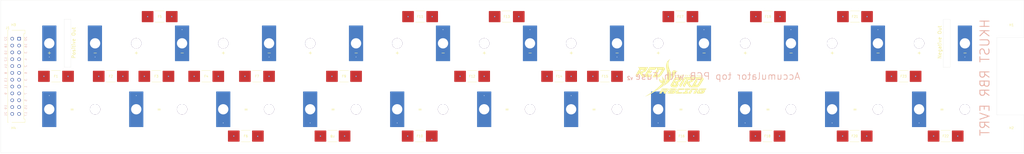
<source format=kicad_pcb>
(kicad_pcb (version 20241229) (generator "pcbnew") (generator_version "9.0")
  (layers (0 "F.Cu" signal) (4 "In1.Cu" signal) (6 "In2.Cu" signal) (2 "B.Cu" signal) (13 "F.Paste" user) (15 "B.Paste" user) (5 "F.SilkS" user "F.Silkscreen") (7 "B.SilkS" user "B.Silkscreen") (1 "F.Mask" user) (3 "B.Mask" user) (25 "Edge.Cuts" user))
  (net 0 "")
  (net 1 "/Cell_1+_out")
  (net 2 "/Cell_1+")
  (net 3 "/Cell_1-_out")
  (net 4 "/Cell_1-")
  (net 5 "/Cell_2-")
  (net 6 "/Cell_2-_out")
  (net 7 "/Cell_3-_out")
  (net 8 "/Cell_3-")
  (net 9 "/Cell_4-")
  (net 10 "/Cell_4-_out")
  (net 11 "/Cell_5-_out")
  (net 12 "/Cell_5-")
  (net 13 "/Cell_6-_out")
  (net 14 "/Cell_6-")
  (net 15 "/Cell_7-_out")
  (net 16 "/Cell_7-")
  (net 17 "/Cell_8-_out")
  (net 18 "/Cell_8-")
  (net 19 "/Cell_9-_out")
  (net 20 "/Cell_9-")
  (net 21 "/Cell_10-_out")
  (net 22 "/Cell_10-")
  (net 23 "/Cell_11-_out")
  (net 24 "/Cell_11-")
  (net 25 "/Cell_12-")
  (net 26 "/Cell_12-_out")
  (net 27 "/Cell_13-")
  (net 28 "/Cell_13-_out")
  (net 29 "/Cell_14-_out")
  (net 30 "/Cell_14-")
  (net 31 "/Cell_15-")
  (net 32 "/Cell_15-_out")
  (net 33 "/Cell_16-")
  (net 34 "/Cell_16-_out")
  (net 35 "/Cell_17-_out")
  (net 36 "/Cell_17-")
  (net 37 "/Cell_18-_out")
  (net 38 "/Cell_18-")
  (net 39 "/Cell_19-_out")
  (net 40 "/Cell_19-")
  (net 41 "/Cell_20-_out")
  (net 42 "/Cell_20-")
  (net 43 "/Cell_21-")
  (net 44 "/Cell_21-_out")
  (net 45 "/Cell_22-")
  (net 46 "/Cell_22-_out")
  (footprint "Fuse:Fuse_Littelfuse-NANO2-885" (layer "F.Cu") (at 453.541 220.38)
    (property "Reference" "F20" (at 0 0 0) (layer "F.SilkS"))
    (property "Value" "Fuse")
    (pad "1" smd roundrect (at -5.275 0) (size 5.1 4.9) (layers "F.Cu" "F.Mask" "F.Paste") (roundrect_rratio 0.04464285714) (net 40 "/Cell_19-"))
    (pad "2" smd roundrect (at 5.275 0) (size 5.1 4.9) (layers "F.Cu" "F.Mask" "F.Paste") (roundrect_rratio 0.04464285714) (net 39 "/Cell_19-_out"))
  )
  (footprint "" (layer "F.Cu") (at 235.443015 179.6755)
    (property "Reference" "" (at 0 0 0) (layer "F.SilkS") (effects (font (size 1.27 1.27))))
    (property "Value" "")
    (pad "1" thru_hole circle (at 0 0) (size 4.5 4.5) (drill 4.5) (layers "*.Cu" "*.Mask") (net 18 "/Cell_8-"))
  )
  (footprint "" (layer "F.Cu") (at 349.583304 179.68)
    (property "Reference" "" (at 0 0 0) (layer "F.SilkS") (effects (font (size 1.27 1.27))))
    (property "Value" "")
    (pad "1" thru_hole circle (at 0 0) (size 4.5 4.5) (drill 4.5) (layers "*.Cu" "*.Mask") (net 30 "/Cell_14-"))
  )
  (footprint "Fuse:Fuse_Littelfuse-NANO2-885" (layer "F.Cu") (at 263.472 167.947 180)
    (property "Reference" "F11" (at 0 0 0) (layer "F.SilkS"))
    (property "Value" "Fuse")
    (pad "1" smd roundrect (at -5.275 0 180) (size 5.1 4.9) (layers "F.Cu" "F.Mask" "F.Paste") (roundrect_rratio 0.04464285714) (net 22 "/Cell_10-"))
    (pad "2" smd roundrect (at 5.275 0 180) (size 5.1 4.9) (layers "F.Cu" "F.Mask" "F.Paste") (roundrect_rratio 0.04464285714) (net 21 "/Cell_10-_out"))
  )
  (footprint "" (layer "F.Cu") (at 367.583985 179.6815)
    (property "Reference" "" (at 0 0 0) (layer "F.SilkS") (effects (font (size 1.27 1.27))))
    (property "Value" "")
    (pad "1" thru_hole circle (at 0 0) (size 4.5 4.5) (drill 4.5) (layers "*.Cu" "*.Mask"))
  )
  (footprint "Fuse:Fuse_Littelfuse-NANO2-885" (layer "F.Cu") (at 474.926 194.152145)
    (property "Reference" "F23" (at 0 0 0) (layer "F.SilkS"))
    (property "Value" "Fuse")
    (pad "1" smd roundrect (at -5.275 0) (size 5.1 4.9) (layers "F.Cu" "F.Mask" "F.Paste") (roundrect_rratio 0.04464285714) (net 46 "/Cell_22-_out"))
    (pad "2" smd roundrect (at 5.275 0) (size 5.1 4.9) (layers "F.Cu" "F.Mask" "F.Paste") (roundrect_rratio 0.04464285714) (net 45 "/Cell_22-"))
  )
  (footprint "" (layer "F.Cu") (at 501.770334 179.686)
    (property "Reference" "" (at 0 0 0) (layer "F.SilkS") (effects (font (size 1.27 1.27))))
    (property "Value" "")
    (pad "1" thru_hole circle (at 0 0) (size 4.5 4.5) (drill 4.5) (layers "*.Cu" "*.Mask") (net 45 "/Cell_22-"))
  )
  (footprint "" (layer "F.Cu") (at 139.303985 179.6725)
    (property "Reference" "" (at 0 0 0) (layer "F.SilkS") (effects (font (size 1.27 1.27))))
    (property "Value" "")
    (pad "1" thru_hole circle (at 0 0) (size 4.5 4.5) (drill 4.5) (layers "*.Cu" "*.Mask"))
  )
  (footprint "" (layer "F.Cu") (at 291.491015 179.6785)
    (property "Reference" "" (at 0 0 0) (layer "F.SilkS") (effects (font (size 1.27 1.27))))
    (property "Value" "")
    (pad "1" thru_hole circle (at 0 0) (size 4.5 4.5) (drill 4.5) (layers "*.Cu" "*.Mask"))
  )
  (footprint "" (layer "F.Cu") (at 177.350333 179.674)
    (property "Reference" "" (at 0 0 0) (layer "F.SilkS") (effects (font (size 1.27 1.27))))
    (property "Value" "")
    (pad "1" thru_hole circle (at 0 0) (size 4.5 4.5) (drill 4.5) (layers "*.Cu" "*.Mask"))
  )
  (footprint "" (layer "F.Cu") (at 215.382564 208.6115)
    (property "Reference" "" (at 0 0 0) (layer "F.SilkS") (effects (font (size 1.27 1.27))))
    (property "Value" "")
    (pad "1" thru_hole circle (at 0 0) (size 4.5 4.5) (drill 4.5) (layers "*.Cu" "*.Mask") (net 16 "/Cell_7-"))
  )
  (footprint "" (layer "F.Cu") (at 159.350015 208.6105)
    (property "Reference" "" (at 0 0 0) (layer "F.SilkS") (effects (font (size 1.27 1.27))))
    (property "Value" "")
    (pad "1" thru_hole circle (at 0 0) (size 4.5 4.5) (drill 4.5) (layers "*.Cu" "*.Mask"))
  )
  (footprint "Fuse:Fuse_Littelfuse-NANO2-885" (layer "F.Cu") (at 169.92 194.152145 180)
    (property "Reference" "F4" (at 0 0 0) (layer "F.SilkS"))
    (property "Value" "Fuse")
    (pad "1" smd roundrect (at -5.275 0 180) (size 5.1 4.9) (layers "F.Cu" "F.Mask" "F.Paste") (roundrect_rratio 0.04464285714) (net 8 "/Cell_3-"))
    (pad "2" smd roundrect (at 5.275 0 180) (size 5.1 4.9) (layers "F.Cu" "F.Mask" "F.Paste") (roundrect_rratio 0.04464285714) (net 7 "/Cell_3-_out"))
  )
  (footprint "" (layer "F.Cu") (at 177.350696 208.612)
    (property "Reference" "" (at 0 0 0) (layer "F.SilkS") (effects (font (size 1.27 1.27))))
    (property "Value" "")
    (pad "1" thru_hole circle (at 0 0) (size 4.5 4.5) (drill 4.5) (layers "*.Cu" "*.Mask") (net 12 "/Cell_5-"))
  )
  (footprint "" (layer "F.Cu") (at 121.303682 208.6115)
    (property "Reference" "" (at 0 0 0) (layer "F.SilkS") (effects (font (size 1.27 1.27))))
    (property "Value" "")
    (pad "1" thru_hole circle (at 0 0) (size 4.5 4.5) (drill 4.5) (layers "*.Cu" "*.Mask"))
  )
  (footprint "" (layer "F.Cu") (at 367.584348 208.6195)
    (property "Reference" "" (at 0 0 0) (layer "F.SilkS") (effects (font (size 1.27 1.27))))
    (property "Value" "")
    (pad "1" thru_hole circle (at 0 0) (size 4.5 4.5) (drill 4.5) (layers "*.Cu" "*.Mask") (net 31 "/Cell_15-"))
  )
  (footprint "" (layer "F.Cu") (at 443.678015 208.6205)
    (property "Reference" "" (at 0 0 0) (layer "F.SilkS") (effects (font (size 1.27 1.27))))
    (property "Value" "")
    (pad "1" thru_hole circle (at 0 0) (size 4.5 4.5) (drill 4.5) (layers "*.Cu" "*.Mask") (net 40 "/Cell_19-"))
  )
  (footprint "" (layer "F.Cu") (at 405.631363 208.619)
    (property "Reference" "" (at 0 0 0) (layer "F.SilkS") (effects (font (size 1.27 1.27))))
    (property "Value" "")
    (pad "1" thru_hole circle (at 0 0) (size 4.5 4.5) (drill 4.5) (layers "*.Cu" "*.Mask") (net 36 "/Cell_17-"))
  )
  (footprint "" (layer "F.Cu") (at 235.443378 208.6115)
    (property "Reference" "" (at 0 0 0) (layer "F.SilkS") (effects (font (size 1.27 1.27))))
    (property "Value" "")
    (pad "1" thru_hole circle (at 0 0) (size 4.5 4.5) (drill 4.5) (layers "*.Cu" "*.Mask"))
  )
  (footprint "Fuse:Fuse_Littelfuse-NANO2-885" (layer "F.Cu") (at 377.322 167.947 180)
    (property "Reference" "F17" (at 0 0 0) (layer "F.SilkS"))
    (property "Value" "Fuse")
    (pad "1" smd roundrect (at -5.275 0 180) (size 5.1 4.9) (layers "F.Cu" "F.Mask" "F.Paste") (roundrect_rratio 0.04464285714) (net 33 "/Cell_16-"))
    (pad "2" smd roundrect (at 5.275 0 180) (size 5.1 4.9) (layers "F.Cu" "F.Mask" "F.Paste") (roundrect_rratio 0.04464285714) (net 34 "/Cell_16-_out"))
  )
  (footprint "" (layer "F.Cu") (at 387.629652 179.6815)
    (property "Reference" "" (at 0 0 0) (layer "F.SilkS") (effects (font (size 1.27 1.27))))
    (property "Value" "")
    (pad "1" thru_hole circle (at 0 0) (size 4.5 4.5) (drill 4.5) (layers "*.Cu" "*.Mask") (net 33 "/Cell_16-"))
  )
  (footprint "Connector_Molex:Molex_Micro-Fit_3.0_43045-2412_2x12_P3.00mm_Vertical" (layer "F.Cu") (at 88.07 177.652144 -90)
    (property "Reference" "J1" (at -4.7495 5 0) (layer "F.SilkS"))
    (property "Value" "Conn_02x12_Top_Bottom")
    (pad "1" thru_hole roundrect (at 0 0 270) (size 1.5 1.5) (drill 1.02) (layers "*.Cu" "*.Mask") (roundrect_rratio 0.166667) (net 41 "/Cell_20-_out"))
    (pad "2" thru_hole circle (at 3 0 270) (size 1.5 1.5) (drill 1.02) (layers "*.Cu" "*.Mask") (net 34 "/Cell_16-_out"))
    (pad "3" thru_hole circle (at 6 0 270) (size 1.5 1.5) (drill 1.02) (layers "*.Cu" "*.Mask") (net 1 "/Cell_1+_out"))
    (pad "4" thru_hole circle (at 9 0 270) (size 1.5 1.5) (drill 1.02) (layers "*.Cu" "*.Mask") (net 10 "/Cell_4-_out"))
    (pad "5" thru_hole circle (at 12 0 270) (size 1.5 1.5) (drill 1.02) (layers "*.Cu" "*.Mask") (net 6 "/Cell_2-_out"))
    (pad "6" thru_hole circle (at 15 0 270) (size 1.5 1.5) (drill 1.02) (layers "*.Cu" "*.Mask") (net 13 "/Cell_6-_out"))
    (pad "7" thru_hole circle (at 18 0 270) (size 1.5 1.5) (drill 1.02) (layers "*.Cu" "*.Mask") (net 7 "/Cell_3-_out"))
    (pad "8" thru_hole circle (at 21 0 270) (size 1.5 1.5) (drill 1.02) (layers "*.Cu" "*.Mask") (net 3 "/Cell_1-_out"))
    (pad "9" thru_hole circle (at 24 0 270) (size 1.5 1.5) (drill 1.02) (layers "*.Cu" "*.Mask") (net 15 "/Cell_7-_out"))
    (pad "10" thru_hole circle (at 27 0 270) (size 1.5 1.5) (drill 1.02) (layers "*.Cu" "*.Mask") (net 11 "/Cell_5-_out"))
    (pad "11" thru_hole circle (at 30 0 270) (size 1.5 1.5) (drill 1.02) (layers "*.Cu" "*.Mask") (net 32 "/Cell_15-_out"))
    (pad "12" thru_hole circle (at 33 0 270) (size 1.5 1.5) (drill 1.02) (layers "*.Cu" "*.Mask") (net 35 "/Cell_17-_out"))
    (pad "13" thru_hole circle (at 0 3 270) (size 1.5 1.5) (drill 1.02) (layers "*.Cu" "*.Mask") (net 46 "/Cell_22-_out"))
    (pad "14" thru_hole circle (at 3 3 270) (size 1.5 1.5) (drill 1.02) (layers "*.Cu" "*.Mask") (net 37 "/Cell_18-_out"))
    (pad "15" thru_hole circle (at 6 3 270) (size 1.5 1.5) (drill 1.02) (layers "*.Cu" "*.Mask") (net 21 "/Cell_10-_out"))
    (pad "16" thru_hole circle (at 9 3 270) (size 1.5 1.5) (drill 1.02) (layers "*.Cu" "*.Mask") (net 26 "/Cell_12-_out"))
    (pad "17" thru_hole circle (at 12 3 270) (size 1.5 1.5) (drill 1.02) (layers "*.Cu" "*.Mask") (net 29 "/Cell_14-_out"))
    (pad "18" thru_hole circle (at 15 3 270) (size 1.5 1.5) (drill 1.02) (layers "*.Cu" "*.Mask") (net 17 "/Cell_8-_out"))
    (pad "19" thru_hole circle (at 18 3 270) (size 1.5 1.5) (drill 1.02) (layers "*.Cu" "*.Mask") (net 28 "/Cell_13-_out"))
    (pad "20" thru_hole circle (at 21 3 270) (size 1.5 1.5) (drill 1.02) (layers "*.Cu" "*.Mask") (net 23 "/Cell_11-_out"))
    (pad "21" thru_hole circle (at 24 3 270) (size 1.5 1.5) (drill 1.02) (layers "*.Cu" "*.Mask") (net 19 "/Cell_9-_out"))
    (pad "22" thru_hole circle (at 27 3 270) (size 1.5 1.5) (drill 1.02) (layers "*.Cu" "*.Mask"))
    (pad "23" thru_hole circle (at 30 3 270) (size 1.5 1.5) (drill 1.02) (layers "*.Cu" "*.Mask") (net 39 "/Cell_19-_out"))
    (pad "24" thru_hole circle (at 33 3 270) (size 1.5 1.5) (drill 1.02) (layers "*.Cu" "*.Mask") (net 44 "/Cell_21-_out"))
  )
  (footprint "Fuse:Fuse_Littelfuse-NANO2-885" (layer "F.Cu") (at 149.558 167.947 180)
    (property "Reference" "F5" (at 0 0 0) (layer "F.SilkS"))
    (property "Value" "Fuse")
    (pad "1" smd roundrect (at -5.275 0 180) (size 5.1 4.9) (layers "F.Cu" "F.Mask" "F.Paste") (roundrect_rratio 0.04464285714) (net 9 "/Cell_4-"))
    (pad "2" smd roundrect (at 5.275 0 180) (size 5.1 4.9) (layers "F.Cu" "F.Mask" "F.Paste") (roundrect_rratio 0.04464285714) (net 10 "/Cell_4-_out"))
  )
  (footprint "" (layer "F.Cu") (at 425.67703 208.619)
    (property "Reference" "" (at 0 0 0) (layer "F.SilkS") (effects (font (size 1.27 1.27))))
    (property "Value" "")
    (pad "1" thru_hole circle (at 0 0) (size 4.5 4.5) (drill 4.5) (layers "*.Cu" "*.Mask"))
  )
  (footprint "" (layer "F.Cu") (at 311.536682 208.6115)
    (property "Reference" "" (at 0 0 0) (layer "F.SilkS") (effects (font (size 1.27 1.27))))
    (property "Value" "")
    (pad "1" thru_hole circle (at 0 0) (size 4.5 4.5) (drill 4.5) (layers "*.Cu" "*.Mask"))
  )
  (footprint "MountingHole:MountingHole_4.3mm_M4" (layer "F.Cu") (at 522.111 222.119)
    (property "Reference" "H2" (at 0 -5.3 0) (layer "F.SilkS"))
    (property "Value" "MountingHole")
    (pad "" np_thru_hole circle (at 0 0) (size 4.3 4.3) (drill 4.3) (layers "*.Cu" "*.Mask"))
  )
  (footprint "" (layer "F.Cu") (at 311.536682 179.6785)
    (property "Reference" "" (at 0 0 0) (layer "F.SilkS") (effects (font (size 1.27 1.27))))
    (property "Value" "")
    (pad "1" thru_hole circle (at 0 0) (size 4.5 4.5) (drill 4.5) (layers "*.Cu" "*.Mask") (net 25 "/Cell_12-"))
  )
  (footprint "Fuse:Fuse_Littelfuse-NANO2-885" (layer "F.Cu") (at 263.295 220.38)
    (property "Reference" "F10" (at 0 0 0) (layer "F.SilkS"))
    (property "Value" "Fuse")
    (pad "1" smd roundrect (at -5.275 0) (size 5.1 4.9) (layers "F.Cu" "F.Mask" "F.Paste") (roundrect_rratio 0.04464285714) (net 20 "/Cell_9-"))
    (pad "2" smd roundrect (at 5.275 0) (size 5.1 4.9) (layers "F.Cu" "F.Mask" "F.Paste") (roundrect_rratio 0.04464285714) (net 19 "/Cell_9-_out"))
  )
  (footprint "Fuse:Fuse_Littelfuse-NANO2-885" (layer "F.Cu") (at 415.614 167.947 180)
    (property "Reference" "F19" (at 0 0 0) (layer "F.SilkS"))
    (property "Value" "Fuse")
    (pad "1" smd roundrect (at -5.275 0 180) (size 5.1 4.9) (layers "F.Cu" "F.Mask" "F.Paste") (roundrect_rratio 0.04464285714) (net 38 "/Cell_18-"))
    (pad "2" smd roundrect (at 5.275 0 180) (size 5.1 4.9) (layers "F.Cu" "F.Mask" "F.Paste") (roundrect_rratio 0.04464285714) (net 37 "/Cell_18-_out"))
  )
  (footprint "" (layer "F.Cu") (at 349.583667 208.618)
    (property "Reference" "" (at 0 0 0) (layer "F.SilkS") (effects (font (size 1.27 1.27))))
    (property "Value" "")
    (pad "1" thru_hole circle (at 0 0) (size 4.5 4.5) (drill 4.5) (layers "*.Cu" "*.Mask"))
  )
  (footprint "Fuse:Fuse_Littelfuse-NANO2-885" (layer "F.Cu") (at 301.354 167.947 180)
    (property "Reference" "F13" (at 0 0 0) (layer "F.SilkS"))
    (property "Value" "Fuse")
    (pad "1" smd roundrect (at -5.275 0 180) (size 5.1 4.9) (layers "F.Cu" "F.Mask" "F.Paste") (roundrect_rratio 0.04464285714) (net 25 "/Cell_12-"))
    (pad "2" smd roundrect (at 5.275 0 180) (size 5.1 4.9) (layers "F.Cu" "F.Mask" "F.Paste") (roundrect_rratio 0.04464285714) (net 26 "/Cell_12-_out"))
  )
  (footprint "" (layer "F.Cu") (at 197.396 179.674)
    (property "Reference" "" (at 0 0 0) (layer "F.SilkS") (effects (font (size 1.27 1.27))))
    (property "Value" "")
    (pad "1" thru_hole circle (at 0 0) (size 4.5 4.5) (drill 4.5) (layers "*.Cu" "*.Mask") (net 14 "/Cell_6-"))
  )
  (footprint "" (layer "F.Cu") (at 253.444363 208.613)
    (property "Reference" "" (at 0 0 0) (layer "F.SilkS") (effects (font (size 1.27 1.27))))
    (property "Value" "")
    (pad "1" thru_hole circle (at 0 0) (size 4.5 4.5) (drill 4.5) (layers "*.Cu" "*.Mask") (net 20 "/Cell_9-"))
  )
  (footprint "" (layer "F.Cu") (at 329.537637 179.68)
    (property "Reference" "" (at 0 0 0) (layer "F.SilkS") (effects (font (size 1.27 1.27))))
    (property "Value" "")
    (pad "1" thru_hole circle (at 0 0) (size 4.5 4.5) (drill 4.5) (layers "*.Cu" "*.Mask"))
  )
  (footprint "MountingHole:MountingHole_4.3mm_M4" (layer "F.Cu") (at 522.111 166.186)
    (property "Reference" "H1" (at -0.002 5.434 0) (layer "F.SilkS"))
    (property "Value" "MountingHole")
    (pad "" np_thru_hole circle (at 0 0) (size 4.3 4.3) (drill 4.3) (layers "*.Cu" "*.Mask"))
  )
  (footprint "" (layer "F.Cu") (at 291.491015 208.6115)
    (property "Reference" "" (at 0 0 0) (layer "F.SilkS") (effects (font (size 1.27 1.27))))
    (property "Value" "")
    (pad "1" thru_hole circle (at 0 0) (size 4.5 4.5) (drill 4.5) (layers "*.Cu" "*.Mask") (net 24 "/Cell_11-"))
  )
  (footprint "Fuse:Fuse_Littelfuse-NANO2-885" (layer "F.Cu") (at 230.181 194.152145 180)
    (property "Reference" "F9" (at 0 0 0) (layer "F.SilkS"))
    (property "Value" "Fuse")
    (pad "1" smd roundrect (at -5.275 0 180) (size 5.1 4.9) (layers "F.Cu" "F.Mask" "F.Paste") (roundrect_rratio 0.04464285714) (net 18 "/Cell_8-"))
    (pad "2" smd roundrect (at 5.275 0 180) (size 5.1 4.9) (layers "F.Cu" "F.Mask" "F.Paste") (roundrect_rratio 0.04464285714) (net 17 "/Cell_8-_out"))
  )
  (footprint "" (layer "F.Cu") (at 273.49003 208.613)
    (property "Reference" "" (at 0 0 0) (layer "F.SilkS") (effects (font (size 1.27 1.27))))
    (property "Value" "")
    (pad "1" thru_hole circle (at 0 0) (size 4.5 4.5) (drill 4.5) (layers "*.Cu" "*.Mask"))
  )
  (footprint "Fuse:Fuse_Littelfuse-NANO2-885" (layer "F.Cu") (at 415.3932 220.38)
    (property "Reference" "F18" (at 0 0 0) (layer "F.SilkS"))
    (property "Value" "Fuse")
    (pad "1" smd roundrect (at -5.275 0) (size 5.1 4.9) (layers "F.Cu" "F.Mask" "F.Paste") (roundrect_rratio 0.04464285714) (net 36 "/Cell_17-"))
    (pad "2" smd roundrect (at 5.275 0) (size 5.1 4.9) (layers "F.Cu" "F.Mask" "F.Paste") (roundrect_rratio 0.04464285714) (net 35 "/Cell_17-_out"))
  )
  (footprint "" (layer "F.Cu") (at 387.630015 208.6195)
    (property "Reference" "" (at 0 0 0) (layer "F.SilkS") (effects (font (size 1.27 1.27))))
    (property "Value" "")
    (pad "1" thru_hole circle (at 0 0) (size 4.5 4.5) (drill 4.5) (layers "*.Cu" "*.Mask"))
  )
  (footprint "" (layer "F.Cu") (at 273.489667 179.677)
    (property "Reference" "" (at 0 0 0) (layer "F.SilkS") (effects (font (size 1.27 1.27))))
    (property "Value" "")
    (pad "1" thru_hole circle (at 0 0) (size 4.5 4.5) (drill 4.5) (layers "*.Cu" "*.Mask") (net 22 "/Cell_10-"))
  )
  (footprint "Fuse:Fuse_Littelfuse-NANO2-885" (layer "F.Cu") (at 148.117 194.152145 180)
    (property "Reference" "F3" (at 0 0 0) (layer "F.SilkS"))
    (property "Value" "Fuse")
    (pad "1" smd roundrect (at -5.275 0 180) (size 5.1 4.9) (layers "F.Cu" "F.Mask" "F.Paste") (roundrect_rratio 0.04464285714) (net 5 "/Cell_2-"))
    (pad "2" smd roundrect (at 5.275 0 180) (size 5.1 4.9) (layers "F.Cu" "F.Mask" "F.Paste") (roundrect_rratio 0.04464285714) (net 6 "/Cell_2-_out"))
  )
  (footprint "Fuse:Fuse_Littelfuse-NANO2-885" (layer "F.Cu") (at 192.121 194.152145 180)
    (property "Reference" "F7" (at 0 0 0) (layer "F.SilkS"))
    (property "Value" "Fuse")
    (pad "1" smd roundrect (at -5.275 0 180) (size 5.1 4.9) (layers "F.Cu" "F.Mask" "F.Paste") (roundrect_rratio 0.04464285714) (net 14 "/Cell_6-"))
    (pad "2" smd roundrect (at 5.275 0 180) (size 5.1 4.9) (layers "F.Cu" "F.Mask" "F.Paste") (roundrect_rratio 0.04464285714) (net 13 "/Cell_6-_out"))
  )
  (footprint "" (layer "F.Cu") (at 215.397348 179.6755)
    (property "Reference" "" (at 0 0 0) (layer "F.SilkS") (effects (font (size 1.27 1.27))))
    (property "Value" "")
    (pad "1" thru_hole circle (at 0 0) (size 4.5 4.5) (drill 4.5) (layers "*.Cu" "*.Mask"))
  )
  (footprint "Fuse:Fuse_Littelfuse-NANO2-885" (layer "F.Cu") (at 493.344 220.38 180)
    (property "Reference" "F22" (at 0 0 0) (layer "F.SilkS"))
    (property "Value" "Fuse")
    (pad "1" smd roundrect (at -5.275 0 180) (size 5.1 4.9) (layers "F.Cu" "F.Mask" "F.Paste") (roundrect_rratio 0.04464285714) (net 44 "/Cell_21-_out"))
    (pad "2" smd roundrect (at 5.275 0 180) (size 5.1 4.9) (layers "F.Cu" "F.Mask" "F.Paste") (roundrect_rratio 0.04464285714) (net 43 "/Cell_21-"))
  )
  (footprint "" (layer "F.Cu") (at 443.677652 179.6845)
    (property "Reference" "" (at 0 0 0) (layer "F.SilkS") (effects (font (size 1.27 1.27))))
    (property "Value" "")
    (pad "1" thru_hole circle (at 0 0) (size 4.5 4.5) (drill 4.5) (layers "*.Cu" "*.Mask"))
  )
  (footprint "" (layer "F.Cu") (at 463.723319 179.6845)
    (property "Reference" "" (at 0 0 0) (layer "F.SilkS") (effects (font (size 1.27 1.27))))
    (property "Value" "")
    (pad "1" thru_hole circle (at 0 0) (size 4.5 4.5) (drill 4.5) (layers "*.Cu" "*.Mask") (net 42 "/Cell_20-"))
  )
  (footprint "Fuse:Fuse_Littelfuse-NANO2-885" (layer "F.Cu") (at 453.682 167.947 180)
    (property "Reference" "F21" (at 0 0 0) (layer "F.SilkS"))
    (property "Value" "Fuse")
    (pad "1" smd roundrect (at -5.275 0 180) (size 5.1 4.9) (layers "F.Cu" "F.Mask" "F.Paste") (roundrect_rratio 0.04464285714) (net 42 "/Cell_20-"))
    (pad "2" smd roundrect (at 5.275 0 180) (size 5.1 4.9) (layers "F.Cu" "F.Mask" "F.Paste") (roundrect_rratio 0.04464285714) (net 41 "/Cell_20-_out"))
  )
  (footprint "" (layer "F.Cu") (at 159.349652 179.6725)
    (property "Reference" "" (at 0 0 0) (layer "F.SilkS") (effects (font (size 1.27 1.27))))
    (property "Value" "")
    (pad "1" thru_hole circle (at 0 0) (size 4.5 4.5) (drill 4.5) (layers "*.Cu" "*.Mask") (net 9 "/Cell_4-"))
  )
  (footprint "" (layer "F.Cu") (at 139.304348 208.6105)
    (property "Reference" "" (at 0 0 0) (layer "F.SilkS") (effects (font (size 1.27 1.27))))
    (property "Value" "")
    (pad "1" thru_hole circle (at 0 0) (size 4.5 4.5) (drill 4.5) (layers "*.Cu" "*.Mask") (net 8 "/Cell_3-"))
  )
  (footprint "" (layer "F.Cu") (at 101.257652 179.6735)
    (property "Reference" "" (at 0 0 0) (layer "F.SilkS") (effects (font (size 1.27 1.27))))
    (property "Value" "")
    (pad "1" thru_hole circle (at 0 0) (size 4.5 4.5) (drill 4.5) (layers "*.Cu" "*.Mask") (net 2 "/Cell_1+"))
  )
  (footprint "" (layer "F.Cu") (at 481.724667 179.686)
    (property "Reference" "" (at 0 0 0) (layer "F.SilkS") (effects (font (size 1.27 1.27))))
    (property "Value" "")
    (pad "1" thru_hole circle (at 0 0) (size 4.5 4.5) (drill 4.5) (layers "*.Cu" "*.Mask"))
  )
  (footprint "RBR_logo:RBR_logo" (layer "F.Cu") (at 373.491 194.752)
    (property "Reference" "G***" (hide yes))
    (property "Value" "LOGO" (hide yes))
  )
  (footprint "Fuse:Fuse_Littelfuse-NANO2-885" (layer "F.Cu") (at 286.223 194.152145 180)
    (property "Reference" "F12" (at 0 0 0) (layer "F.SilkS"))
    (property "Value" "Fuse")
    (pad "1" smd roundrect (at -5.275 0 180) (size 5.1 4.9) (layers "F.Cu" "F.Mask" "F.Paste") (roundrect_rratio 0.04464285714) (net 24 "/Cell_11-"))
    (pad "2" smd roundrect (at 5.275 0 180) (size 5.1 4.9) (layers "F.Cu" "F.Mask" "F.Paste") (roundrect_rratio 0.04464285714) (net 23 "/Cell_11-_out"))
  )
  (footprint "" (layer "F.Cu") (at 481.724667 208.619)
    (property "Reference" "" (at 0 0 0) (layer "F.SilkS") (effects (font (size 1.27 1.27))))
    (property "Value" "")
    (pad "1" thru_hole circle (at 0 0) (size 4.5 4.5) (drill 4.5) (layers "*.Cu" "*.Mask") (net 43 "/Cell_21-"))
  )
  (footprint "" (layer "F.Cu") (at 121.303319 179.6735)
    (property "Reference" "" (at 0 0 0) (layer "F.SilkS") (effects (font (size 1.27 1.27))))
    (property "Value" "")
    (pad "1" thru_hole circle (at 0 0) (size 4.5 4.5) (drill 4.5) (layers "*.Cu" "*.Mask") (net 5 "/Cell_2-"))
  )
  (footprint "" (layer "F.Cu") (at 329.538 208.618)
    (property "Reference" "" (at 0 0 0) (layer "F.SilkS") (effects (font (size 1.27 1.27))))
    (property "Value" "")
    (pad "1" thru_hole circle (at 0 0) (size 4.5 4.5) (drill 4.5) (layers "*.Cu" "*.Mask") (net 27 "/Cell_13-"))
  )
  (footprint "MountingHole:MountingHole_4.3mm_M4" (layer "F.Cu") (at 85.629 222.118)
    (property "Reference" "H4" (at 0 -5.3 0) (layer "F.SilkS"))
    (property "Value" "MountingHole")
    (pad "" np_thru_hole circle (at 0 0) (size 4.3 4.3) (drill 4.3) (layers "*.Cu" "*.Mask"))
  )
  (footprint "" (layer "F.Cu") (at 101.258015 208.6115)
    (property "Reference" "" (at 0 0 0) (layer "F.SilkS") (effects (font (size 1.27 1.27))))
    (property "Value" "")
    (pad "1" thru_hole circle (at 0 0) (size 4.5 4.5) (drill 4.5) (layers "*.Cu" "*.Mask") (net 4 "/Cell_1-"))
  )
  (footprint "Fuse:Fuse_Littelfuse-NANO2-885" (layer "F.Cu") (at 377.859 220.38)
    (property "Reference" "F16" (at 0 0 0) (layer "F.SilkS"))
    (property "Value" "Fuse")
    (pad "1" smd roundrect (at -5.275 0) (size 5.1 4.9) (layers "F.Cu" "F.Mask" "F.Paste") (roundrect_rratio 0.04464285714) (net 31 "/Cell_15-"))
    (pad "2" smd roundrect (at 5.275 0) (size 5.1 4.9) (layers "F.Cu" "F.Mask" "F.Paste") (roundrect_rratio 0.04464285714) (net 32 "/Cell_15-_out"))
  )
  (footprint "Fuse:Fuse_Littelfuse-NANO2-885" (layer "F.Cu") (at 344.318 194.152145 180)
    (property "Reference" "F15" (at 0 0 0) (layer "F.SilkS"))
    (property "Value" "Fuse")
    (pad "1" smd roundrect (at -5.275 0 180) (size 5.1 4.9) (layers "F.Cu" "F.Mask" "F.Paste") (roundrect_rratio 0.04464285714) (net 30 "/Cell_14-"))
    (pad "2" smd roundrect (at 5.275 0 180) (size 5.1 4.9) (layers "F.Cu" "F.Mask" "F.Paste") (roundrect_rratio 0.04464285714) (net 29 "/Cell_14-_out"))
  )
  (footprint "" (layer "F.Cu") (at 501.770334 208.619)
    (property "Reference" "" (at 0 0 0) (layer "F.SilkS") (effects (font (size 1.27 1.27))))
    (property "Value" "")
    (pad "1" thru_hole circle (at 0 0) (size 4.5 4.5) (drill 4.5) (layers "*.Cu" "*.Mask"))
  )
  (footprint "Fuse:Fuse_Littelfuse-NANO2-885" (layer "F.Cu") (at 104.2 194.152145 180)
    (property "Reference" "F1" (at 0 0 0) (layer "F.SilkS"))
    (property "Value" "Fuse")
    (pad "1" smd roundrect (at -5.275 0 180) (size 5.1 4.9) (layers "F.Cu" "F.Mask" "F.Paste") (roundrect_rratio 0.04464285714) (net 2 "/Cell_1+"))
    (pad "2" smd roundrect (at 5.275 0 180) (size 5.1 4.9) (layers "F.Cu" "F.Mask" "F.Paste") (roundrect_rratio 0.04464285714) (net 1 "/Cell_1+_out"))
  )
  (footprint "" (layer "F.Cu") (at 405.631 179.683)
    (property "Reference" "" (at 0 0 0) (layer "F.SilkS") (effects (font (size 1.27 1.27))))
    (property "Value" "")
    (pad "1" thru_hole circle (at 0 0) (size 4.5 4.5) (drill 4.5) (layers "*.Cu" "*.Mask"))
  )
  (footprint "" (layer "F.Cu") (at 463.723682 208.6205)
    (property "Reference" "" (at 0 0 0) (layer "F.SilkS") (effects (font (size 1.27 1.27))))
    (property "Value" "")
    (pad "1" thru_hole circle (at 0 0) (size 4.5 4.5) (drill 4.5) (layers "*.Cu" "*.Mask"))
  )
  (footprint "Fuse:Fuse_Littelfuse-NANO2-885" (layer "F.Cu") (at 225.153 220.38 180)
    (property "Reference" "F8" (at 0 0 180) (layer "F.SilkS"))
    (property "Value" "Fuse")
    (pad "1" smd roundrect (at -5.275 0 180) (size 5.1 4.9) (layers "F.Cu" "F.Mask" "F.Paste") (roundrect_rratio 0.04464285714) (net 16 "/Cell_7-"))
    (pad "2" smd roundrect (at 5.275 0 180) (size 5.1 4.9) (layers "F.Cu" "F.Mask" "F.Paste") (roundrect_rratio 0.04464285714) (net 15 "/Cell_7-_out"))
  )
  (footprint "" (layer "F.Cu") (at 425.676667 179.683)
    (property "Reference" "" (at 0 0 0) (layer "F.SilkS") (effects (font (size 1.27 1.27))))
    (property "Value" "")
    (pad "1" thru_hole circle (at 0 0) (size 4.5 4.5) (drill 4.5) (layers "*.Cu" "*.Mask") (net 38 "/Cell_18-"))
  )
  (footprint "" (layer "F.Cu") (at 253.444 179.677)
    (property "Reference" "" (at 0 0 0) (layer "F.SilkS") (effects (font (size 1.27 1.27))))
    (property "Value" "")
    (pad "1" thru_hole circle (at 0 0) (size 4.5 4.5) (drill 4.5) (layers "*.Cu" "*.Mask"))
  )
  (footprint "Fuse:Fuse_Littelfuse-NANO2-885" (layer "F.Cu") (at 187.239228 220.38)
    (property "Reference" "F6" (at 0 0 0) (layer "F.SilkS"))
    (property "Value" "Fuse")
    (pad "1" smd roundrect (at -5.275 0) (size 5.1 4.9) (layers "F.Cu" "F.Mask" "F.Paste") (roundrect_rratio 0.04464285714) (net 12 "/Cell_5-"))
    (pad "2" smd roundrect (at 5.275 0) (size 5.1 4.9) (layers "F.Cu" "F.Mask" "F.Paste") (roundrect_rratio 0.04464285714) (net 11 "/Cell_5-_out"))
  )
  (footprint "Fuse:Fuse_Littelfuse-NANO2-885" (layer "F.Cu") (at 324.271 194.152145 180)
    (property "Reference" "F14" (at 0 0 0) (layer "F.SilkS"))
    (property "Value" "Fuse")
    (pad "1" smd roundrect (at -5.275 0 180) (size 5.1 4.9) (layers "F.Cu" "F.Mask" "F.Paste") (roundrect_rratio 0.04464285714) (net 27 "/Cell_13-"))
    (pad "2" smd roundrect (at 5.275 0 180) (size 5.1 4.9) (layers "F.Cu" "F.Mask" "F.Paste") (roundrect_rratio 0.04464285714) (net 28 "/Cell_13-_out"))
  )
  (footprint "" (layer "F.Cu") (at 197.396363 208.612)
    (property "Reference" "" (at 0 0 0) (layer "F.SilkS") (effects (font (size 1.27 1.27))))
    (property "Value" "")
    (pad "1" thru_hole circle (at 0 0) (size 4.5 4.5) (drill 4.5) (layers "*.Cu" "*.Mask"))
  )
  (footprint "Fuse:Fuse_Littelfuse-NANO2-885" (layer "F.Cu") (at 128.166 194.152145 180)
    (property "Reference" "F2" (at 0 0 0) (layer "F.SilkS"))
    (property "Value" "Fuse")
    (pad "1" smd roundrect (at -5.275 0 180) (size 5.1 4.9) (layers "F.Cu" "F.Mask" "F.Paste") (roundrect_rratio 0.04464285714) (net 4 "/Cell_1-"))
    (pad "2" smd roundrect (at 5.275 0 180) (size 5.1 4.9) (layers "F.Cu" "F.Mask" "F.Paste") (roundrect_rratio 0.04464285714) (net 3 "/Cell_1-_out"))
  )
  (footprint "MountingHole:MountingHole_4.3mm_M4" (layer "F.Cu") (at 85.629 166.186)
    (property "Reference" "H3" (at 0.036 5.379 0) (layer "F.SilkS"))
    (property "Value" "MountingHole")
    (pad "" np_thru_hole circle (at 0 0) (size 4.3 4.3) (drill 4.3) (layers "*.Cu" "*.Mask"))
  )
  (gr_line (start 495.270319 190.186) (end 495.270319 169.186) (stroke (width 0.05)) (layer "Edge.Cuts"))
  (gr_line (start 80.128667 227.618006) (end 80.128667 160.686) (stroke (width 0.05)) (layer "Edge.Cuts"))
  (gr_line (start 110.758 190.175) (end 107.757652 190.175) (stroke (width 0.05)) (layer "Edge.Cuts"))
  (gr_line (start 527.610706 211.118006) (end 527.611 227.619) (stroke (width 0.05)) (layer "Edge.Cuts"))
  (gr_line (start 515.610738 211.118006) (end 515.610884 177.186) (stroke (width 0.05)) (layer "Edge.Cuts"))
  (gr_line (start 527.610959 160.686) (end 80.128667 160.686) (stroke (width 0.05)) (layer "Edge.Cuts"))
  (gr_line (start 527.609 211.118006) (end 515.610738 211.118006) (stroke (width 0.05)) (layer "Edge.Cuts"))
  (gr_line (start 107.758 169.175) (end 107.757652 190.175) (stroke (width 0.05)) (layer "Edge.Cuts"))
  (gr_line (start 80.128667 227.618006) (end 527.611 227.619) (stroke (width 0.05)) (layer "Edge.Cuts"))
  (gr_line (start 527.610906 177.186) (end 515.610884 177.186) (stroke (width 0.05)) (layer "Edge.Cuts"))
  (gr_line (start 492.270319 169.186) (end 492.270319 190.186) (stroke (width 0.05)) (layer "Edge.Cuts"))
  (gr_line (start 492.270319 169.186) (end 495.270319 169.186) (stroke (width 0.05)) (layer "Edge.Cuts"))
  (gr_line (start 110.758 169.175) (end 107.758 169.175) (stroke (width 0.05)) (layer "Edge.Cuts"))
  (gr_line (start 492.270319 190.186) (end 495.270319 190.186) (stroke (width 0.05)) (layer "Edge.Cuts"))
  (gr_line (start 110.758 190.175) (end 110.758 169.175) (stroke (width 0.05)) (layer "Edge.Cuts"))
  (gr_line (start 527.610959 160.686) (end 527.610906 177.186) (stroke (width 0.05)) (layer "Edge.Cuts"))
  (gr_text "-" (at 500.770334 184.686 0) (layer "F.SilkS") (effects (font (size 1.5 1.5) (thickness 0.2)) (justify left bottom)))
  (gr_text "+" (at 404.631 184.683 0) (layer "F.SilkS") (effects (font (size 1.5 1.5) (thickness 0.2)) (justify left bottom)))
  (gr_text "=" (at 414.575625 209.4905 0) (layer "F.SilkS") (effects (font (size 1.5 1.5) (thickness 0.2)) (justify left bottom)))
  (gr_text "+" (at 214.397348 184.6755 0) (layer "F.SilkS") (effects (font (size 1.5 1.5) (thickness 0.2)) (justify left bottom)))
  (gr_text "+" (at 480.724667 184.686 0) (layer "F.SilkS") (effects (font (size 1.5 1.5) (thickness 0.2)) (justify left bottom)))
  (gr_text "=" (at 148.24861 209.482 0) (layer "F.SilkS") (effects (font (size 1.5 1.5) (thickness 0.2)) (justify left bottom)))
  (gr_text "=" (at 490.668929 209.4905 0) (layer "F.SilkS") (effects (font (size 1.5 1.5) (thickness 0.2)) (justify left bottom)))
  (gr_text "=" (at 452.622277 209.492 0) (layer "F.SilkS") (effects (font (size 1.5 1.5) (thickness 0.2)) (justify left bottom)))
  (gr_text "-" (at 462.723319 184.6845 0) (layer "F.SilkS") (effects (font (size 1.5 1.5) (thickness 0.2)) (justify left bottom)))
  (gr_text "-" (at 120.303319 184.6735 0) (layer "F.SilkS") (effects (font (size 1.5 1.5) (thickness 0.2)) (justify left bottom)))
  (gr_text "-" (at 234.443015 184.6755 0) (layer "F.SilkS") (effects (font (size 1.5 1.5) (thickness 0.2)) (justify left bottom)))
  (gr_text "-" (at 348.583304 184.68 0) (layer "F.SilkS") (effects (font (size 1.5 1.5) (thickness 0.2)) (justify left bottom)))
  (gr_text "-" (at 196.396 184.674 0) (layer "F.SilkS") (effects (font (size 1.5 1.5) (thickness 0.2)) (justify left bottom)))
  (gr_text "-" (at 386.629652 184.6815 0) (layer "F.SilkS") (effects (font (size 1.5 1.5) (thickness 0.2)) (justify left bottom)))
  (gr_text "=" (at 376.52861 209.491 0) (layer "F.SilkS") (effects (font (size 1.5 1.5) (thickness 0.2)) (justify left bottom)))
  (gr_text "+" (at 366.583985 184.6815 0) (layer "F.SilkS") (effects (font (size 1.5 1.5) (thickness 0.2)) (justify left bottom)))
  (gr_text "=" (at 110.202277 209.483 0) (layer "F.SilkS") (effects (font (size 1.5 1.5) (thickness 0.2)) (justify left bottom)))
  (gr_text "Negative Out" (at 491.62 186.555 90) (layer "F.SilkS") (effects (font (size 1.5 1.5) (thickness 0.2)) (justify left bottom)))
  (gr_text "-" (at 272.489667 184.677 0) (layer "F.SilkS") (effects (font (size 1.5 1.5) (thickness 0.2)) (justify left bottom)))
  (gr_text "+" (at 290.491015 184.6785 0) (layer "F.SilkS") (effects (font (size 1.5 1.5) (thickness 0.2)) (justify left bottom)))
  (gr_text "=" (at 224.3344 209.483 0) (layer "F.SilkS") (effects (font (size 1.5 1.5) (thickness 0.2)) (justify left bottom)))
  (gr_text "+" (at 138.303985 184.6725 0) (layer "F.SilkS") (effects (font (size 1.5 1.5) (thickness 0.2)) (justify left bottom)))
  (gr_text "=" (at 338.482262 209.4895 0) (layer "F.SilkS") (effects (font (size 1.5 1.5) (thickness 0.2)) (justify left bottom)))
  (gr_text "Positive Out" (at 112.813 186.46 90) (layer "F.SilkS") (effects (font (size 1.5 1.5) (thickness 0.2)) (justify left bottom)))
  (gr_text "=" (at 300.435277 209.483 0) (layer "F.SilkS") (effects (font (size 1.5 1.5) (thickness 0.2)) (justify left bottom)))
  (gr_text "+" (at 176.350333 184.674 0) (layer "F.SilkS") (effects (font (size 1.5 1.5) (thickness 0.2)) (justify left bottom)))
  (gr_text "=" (at 186.294958 209.4835 0) (layer "F.SilkS") (effects (font (size 1.5 1.5) (thickness 0.2)) (justify left bottom)))
  (gr_text "+" (at 100.257652 184.6735 0) (layer "F.SilkS") (effects (font (size 1.5 1.5) (thickness 0.2)) (justify left bottom)))
  (gr_text "=" (at 262.388625 209.4845 0) (layer "F.SilkS") (effects (font (size 1.5 1.5) (thickness 0.2)) (justify left bottom)))
  (gr_text "+" (at 252.444 184.677 0) (layer "F.SilkS") (effects (font (size 1.5 1.5) (thickness 0.2)) (justify left bottom)))
  (gr_text "+" (at 442.677652 184.6845 0) (layer "F.SilkS") (effects (font (size 1.5 1.5) (thickness 0.2)) (justify left bottom)))
  (gr_text "+" (at 328.537637 184.68 0) (layer "F.SilkS") (effects (font (size 1.5 1.5) (thickness 0.2)) (justify left bottom)))
  (gr_text "-" (at 424.676667 184.683 0) (layer "F.SilkS") (effects (font (size 1.5 1.5) (thickness 0.2)) (justify left bottom)))
  (gr_text "-" (at 158.349652 184.6725 0) (layer "F.SilkS") (effects (font (size 1.5 1.5) (thickness 0.2)) (justify left bottom)))
  (gr_text "-" (at 310.536682 184.6785 0) (layer "F.SilkS") (effects (font (size 1.5 1.5) (thickness 0.2)) (justify left bottom)))
  (gr_text "1" (at 91.569 198.162 90) (layer "B.SilkS") (effects (font (size 1 1) (thickness 0.1)) (justify left bottom mirror)))
  (gr_text "3" (at 91.569 195.162 90) (layer "B.SilkS") (effects (font (size 1 1) (thickness 0.1)) (justify left bottom mirror)))
  (gr_text "v2" (at 356.762 195.842 -0) (layer "B.SilkS") (effects (font (size 1.5 1.5) (thickness 0.3) (bold yes)) (justify left bottom mirror)))
  (gr_text "20" (at 91.569 176.662 90) (layer "B.SilkS") (effects (font (size 1 1) (thickness 0.1)) (justify left bottom mirror)))
  (gr_text "8" (at 82.859 192.157 90) (layer "B.SilkS") (effects (font (size 1 1) (thickness 0.1)) (justify left bottom mirror)))
  (gr_text "13" (at 82.859 194.657 90) (layer "B.SilkS") (effects (font (size 1 1) (thickness 0.1)) (justify left bottom mirror)))
  (gr_text "12" (at 82.859 185.657 90) (layer "B.SilkS") (effects (font (size 1 1) (thickness 0.1)) (justify left bottom mirror)))
  (gr_text "3" (at 91.569 183.162 90) (layer "B.SilkS") (effects (font (size 1 1) (thickness 0.1)) (justify left bottom mirror)))
  (gr_text "4" (at 91.569 186.162 90) (layer "B.SilkS") (effects (font (size 1 1) (thickness 0.1)) (justify left bottom mirror)))
  (gr_text "18" (at 82.859 179.657 90) (layer "B.SilkS") (effects (font (size 1 1) (thickness 0.1)) (justify left bottom mirror)))
  (gr_text "10" (at 82.859 182.657 90) (layer "B.SilkS") (effects (font (size 1 1) (thickness 0.1)) (justify left bottom mirror)))
  (gr_text "2" (at 91.569 189.162 90) (layer "B.SilkS") (effects (font (size 1 1) (thickness 0.1)) (justify left bottom mirror)))
  (gr_text "7" (at 91.569 201.162 90) (layer "B.SilkS") (effects (font (size 1 1) (thickness 0.1)) (justify left bottom mirror)))
  (gr_text "16" (at 91.569 179.662 90) (layer "B.SilkS") (effects (font (size 1 1) (thickness 0.1)) (justify left bottom mirror)))
  (gr_text "9" (at 82.859 201.157 90) (layer "B.SilkS") (effects (font (size 1 1) (thickness 0.1)) (justify left bottom mirror)))
  (gr_text "5" (at 91.569 204.162 90) (layer "B.SilkS") (effects (font (size 1 1) (thickness 0.1)) (justify left bottom mirror)))
  (gr_text "21" (at 82.859 209.657 90) (layer "B.SilkS") (effects (font (size 1 1) (thickness 0.1)) (justify left bottom mirror)))
  (gr_text "11" (at 82.859 197.657 90) (layer "B.SilkS") (effects (font (size 1 1) (thickness 0.1)) (justify left bottom mirror)))
  (gr_text "Accumulator top PCB with Fuse" (at 429.932 195.879 0) (layer "B.SilkS") (effects (font (size 3 3) (thickness 0.3) (bold yes)) (justify left bottom mirror)))
  (gr_text "6" (at 91.569 192.162 90) (layer "B.SilkS") (effects (font (size 1 1) (thickness 0.1)) (justify left bottom mirror)))
  (gr_text "HKUST RBR EVRT" (at 512.832 168.718 90) (layer "B.SilkS") (effects (font (size 4 4) (thickness 0.4)) (justify left bottom mirror)))
  (gr_text "15" (at 91.569 206.662 90) (layer "B.SilkS") (effects (font (size 1 1) (thickness 0.1)) (justify left bottom mirror)))
  (gr_text "22" (at 82.859 176.657 90) (layer "B.SilkS") (effects (font (size 1 1) (thickness 0.1)) (justify left bottom mirror)))
  (gr_text "14" (at 82.859 188.657 90) (layer "B.SilkS") (effects (font (size 1 1) (thickness 0.1)) (justify left bottom mirror)))
  (gr_text "17" (at 91.569 209.662 90) (layer "B.SilkS") (effects (font (size 1 1) (thickness 0.1)) (justify left bottom mirror)))
  (gr_text "19" (at 82.859 206.657 90) (layer "B.SilkS") (effects (font (size 1 1) (thickness 0.1)) (justify left bottom mirror)))
  (via (at 98.925 194.152145) (size 0.6) (drill 0.3) (layers "F.Cu" "B.Cu") (net 1))
  (via (at 101.257652 185.6735) (size 0.6) (drill 0.3) (layers "F.Cu" "B.Cu") (net 2))
  (via (at 109.475 194.152145) (size 0.6) (drill 0.3) (layers "F.Cu" "B.Cu") (net 2))
  (via (at 122.891 194.152145) (size 0.6) (drill 0.3) (layers "F.Cu" "B.Cu") (net 3))
  (via (at 133.441 194.152145) (size 0.6) (drill 0.3) (layers "F.Cu" "B.Cu") (net 4))
  (via (at 101.258015 202.6115) (size 0.6) (drill 0.3) (layers "F.Cu" "B.Cu") (net 4))
  (via (at 121.303319 185.6735) (size 0.6) (drill 0.3) (layers "F.Cu" "B.Cu") (net 5))
  (via (at 153.392 194.152145) (size 0.6) (drill 0.3) (layers "F.Cu" "B.Cu") (net 5))
  (via (at 142.842 194.152145) (size 0.6) (drill 0.3) (layers "F.Cu" "B.Cu") (net 6))
  (via (at 164.645 194.152145) (size 0.6) (drill 0.3) (layers "F.Cu" "B.Cu") (net 7))
  (via (at 139.304348 202.6105) (size 0.6) (drill 0.3) (layers "F.Cu" "B.Cu") (net 8))
  (via (at 175.195 194.152145) (size 0.6) (drill 0.3) (layers "F.Cu" "B.Cu") (net 8))
  (via (at 154.833 167.947) (size 0.6) (drill 0.3) (layers "F.Cu" "B.Cu") (net 9))
  (via (at 159.349652 173.6735) (size 0.6) (drill 0.3) (layers "F.Cu" "B.Cu") (net 9))
  (via (at 144.283 167.947) (size 0.6) (drill 0.3) (layers "F.Cu" "B.Cu") (net 10))
  (via (at 192.426114 220.468114) (size 0.6) (drill 0.3) (layers "F.Cu" "B.Cu") (net 11))
  (via (at 177.350696 214.612) (size 0.6) (drill 0.3) (layers "F.Cu" "B.Cu") (net 12))
  (via (at 181.964228 220.38) (size 0.6) (drill 0.3) (layers "F.Cu" "B.Cu") (net 12))
  (via (at 186.846 194.152145) (size 0.6) (drill 0.3) (layers "F.Cu" "B.Cu") (net 13))
  (via (at 197.396 185.674) (size 0.6) (drill 0.3) (layers "F.Cu" "B.Cu") (net 14))
  (via (at 197.396 194.152145) (size 0.6) (drill 0.3) (layers "F.Cu" "B.Cu") (net 14))
  (via (at 219.878 220.38) (size 0.6) (drill 0.3) (layers "F.Cu" "B.Cu") (net 15))
  (via (at 230.428 220.38) (size 0.6) (drill 0.3) (layers "F.Cu" "B.Cu") (net 16))
  (via (at 215.382564 214.612) (size 0.6) (drill 0.3) (layers "F.Cu" "B.Cu") (net 16))
  (via (at 224.906 194.152145) (size 0.6) (drill 0.3) (layers "F.Cu" "B.Cu") (net 17))
  (via (at 235.456 194.152145) (size 0.6) (drill 0.3) (layers "F.Cu" "B.Cu") (net 18))
  (via (at 235.443015 185.6755) (size 0.6) (drill 0.3) (layers "F.Cu" "B.Cu") (net 18))
  (via (at 268.57 221.88) (size 0.6) (drill 0.3) (layers "F.Cu" "B.Cu") (net 19))
  (via (at 258.02 220.38) (size 0.6) (drill 0.3) (layers "F.Cu" "B.Cu") (net 20))
  (via (at 253.444363 214.612) (size 0.6) (drill 0.3) (layers "F.Cu" "B.Cu") (net 20))
  (via (at 258.197 167.947) (size 0.6) (drill 0.3) (layers "F.Cu" "B.Cu") (net 21))
  (via (at 268.747 167.947) (size 0.6) (drill 0.3) (layers "F.Cu" "B.Cu") (net 22))
  (via (at 273.489667 173.6735) (size 0.6) (drill 0.3) (layers "F.Cu" "B.Cu") (net 22))
  (via (at 280.948 194.152145) (size 0.6) (drill 0.3) (layers "F.Cu" "B.Cu") (net 23))
  (via (at 291.498 194.152145) (size 0.6) (drill 0.3) (layers "F.Cu" "B.Cu") (net 24))
  (via (at 291.491015 202.6115) (size 0.6) (drill 0.3) (layers "F.Cu" "B.Cu") (net 24))
  (via (at 306.629 167.947) (size 0.6) (drill 0.3) (layers "F.Cu" "B.Cu") (net 25))
  (via (at 311.536682 173.6735) (size 0.6) (drill 0.3) (layers "F.Cu" "B.Cu") (net 25))
  (via (at 296.079 167.947) (size 0.6) (drill 0.3) (layers "F.Cu" "B.Cu") (net 26))
  (via (at 329.546 194.152145) (size 0.6) (drill 0.3) (layers "F.Cu" "B.Cu") (net 27))
  (via (at 329.538 202.618) (size 0.6) (drill 0.3) (layers "F.Cu" "B.Cu") (net 27))
  (via (at 318.996 194.152145) (size 0.6) (drill 0.3) (layers "F.Cu" "B.Cu") (net 28))
  (via (at 339.043 194.152145) (size 0.6) (drill 0.3) (layers "F.Cu" "B.Cu") (net 29))
  (via (at 349.593 194.152145) (size 0.6) (drill 0.3) (layers "F.Cu" "B.Cu") (net 30))
  (via (at 349.583304 185.68) (size 0.6) (drill 0.3) (layers "F.Cu" "B.Cu") (net 30))
  (via (at 367.584348 214.612) (size 0.6) (drill 0.3) (layers "F.Cu" "B.Cu") (net 31))
  (via (at 372.584 220.38) (size 0.6) (drill 0.3) (layers "F.Cu" "B.Cu") (net 31))
  (via (at 383.134 220.38) (size 0.6) (drill 0.3) (layers "F.Cu" "B.Cu") (net 32))
  (via (at 382.597 167.947) (size 0.6) (drill 0.3) (layers "F.Cu" "B.Cu") (net 33))
  (via (at 387.629652 173.6735) (size 0.6) (drill 0.3) (layers "F.Cu" "B.Cu") (net 33))
  (via (at 372.047 167.947) (size 0.6) (drill 0.3) (layers "F.Cu" "B.Cu") (net 34))
  (via (at 420.6682 220.38) (size 0.6) (drill 0.3) (layers "F.Cu" "B.Cu") (net 35))
  (via (at 405.631363 214.612) (size 0.6) (drill 0.3) (layers "F.Cu" "B.Cu") (net 36))
  (via (at 410.1182 220.38) (size 0.6) (drill 0.3) (layers "F.Cu" "B.Cu") (net 36))
  (via (at 410.339 167.947) (size 0.6) (drill 0.3) (layers "F.Cu" "B.Cu") (net 37))
  (via (at 425.676667 173.6735) (size 0.6) (drill 0.3) (layers "F.Cu" "B.Cu") (net 38))
  (via (at 420.889 167.947) (size 0.6) (drill 0.3) (layers "F.Cu" "B.Cu") (net 38))
  (via (at 458.816 220.38) (size 0.6) (drill 0.3) (layers "F.Cu" "B.Cu") (net 39))
  (via (at 448.266 220.38) (size 0.6) (drill 0.3) (layers "F.Cu" "B.Cu") (net 40))
  (via (at 443.678015 214.612) (size 0.6) (drill 0.3) (layers "F.Cu" "B.Cu") (net 40))
  (via (at 448.407 167.947) (size 0.6) (drill 0.3) (layers "F.Cu" "B.Cu") (net 41))
  (via (at 463.723319 173.6735) (size 0.6) (drill 0.3) (layers "F.Cu" "B.Cu") (net 42))
  (via (at 458.957 167.947) (size 0.6) (drill 0.3) (layers "F.Cu" "B.Cu") (net 42))
  (via (at 481.724667 214.612) (size 0.6) (drill 0.3) (layers "F.Cu" "B.Cu") (net 43))
  (via (at 488.069 220.38) (size 0.6) (drill 0.3) (layers "F.Cu" "B.Cu") (net 43))
  (via (at 498.619 220.38) (size 0.6) (drill 0.3) (layers "F.Cu" "B.Cu") (net 44))
  (via (at 480.201 194.152145) (size 0.6) (drill 0.3) (layers "F.Cu" "B.Cu") (net 45))
  (via (at 501.770334 185.6735) (size 0.6) (drill 0.3) (layers "F.Cu" "B.Cu") (net 45))
  (via (at 469.651 194.152145) (size 0.6) (drill 0.3) (layers "F.Cu" "B.Cu") (net 46))
  (zone (net 36) (net_name "/Cell_17-") (layer "B.Cu") (priority 10) (connect_pads yes (clearance 0.5)) (min_thickness 0.25) (fill yes (thermal_gap 0.254) (thermal_bridge_width 0.254))
    (polygon (pts (xy 402.520831 200.8085) (xy 408.742831 200.8085) (xy 408.742831 216.4295) (xy 402.519895 216.4295)))
  )
  (zone (net 24) (net_name "/Cell_11-") (layer "B.Cu") (priority 10) (connect_pads yes (clearance 0.5)) (min_thickness 0.25) (fill yes (thermal_gap 0.254) (thermal_bridge_width 0.254))
    (polygon (pts (xy 288.380483 200.801) (xy 294.602483 200.801) (xy 294.602483 216.422) (xy 288.379547 216.422)))
  )
  (zone (net 22) (net_name "/Cell_10-") (layer "B.Cu") (priority 10) (connect_pads yes (clearance 0.5)) (min_thickness 0.25) (fill yes (thermal_gap 0.254) (thermal_bridge_width 0.254))
    (polygon (pts (xy 270.379135 171.8665) (xy 276.601135 171.8665) (xy 276.601135 187.4875) (xy 270.378199 187.4875)))
  )
  (zone (net 12) (net_name "/Cell_5-") (layer "B.Cu") (priority 10) (connect_pads yes (clearance 0.5)) (min_thickness 0.25) (fill yes (thermal_gap 0.254) (thermal_bridge_width 0.254))
    (polygon (pts (xy 174.240164 200.8015) (xy 180.462164 200.8015) (xy 180.462164 216.4225) (xy 174.239228 216.4225)))
  )
  (zone (net 38) (net_name "/Cell_18-") (layer "B.Cu") (priority 10) (connect_pads yes (clearance 0.5)) (min_thickness 0.25) (fill yes (thermal_gap 0.254) (thermal_bridge_width 0.254))
    (polygon (pts (xy 422.566135 171.8725) (xy 428.788135 171.8725) (xy 428.788135 187.4935) (xy 422.565199 187.4935)))
  )
  (zone (net 9) (net_name "/Cell_4-") (layer "B.Cu") (priority 10) (connect_pads yes (clearance 0.5)) (min_thickness 0.25) (fill yes (thermal_gap 0.254) (thermal_bridge_width 0.254))
    (polygon (pts (xy 156.23912 171.862) (xy 162.46112 171.862) (xy 162.46112 187.483) (xy 156.238184 187.483)))
  )
  (zone (net 4) (net_name "/Cell_1-") (layer "B.Cu") (priority 10) (connect_pads yes (clearance 0.5)) (min_thickness 0.25) (fill yes (thermal_gap 0.254) (thermal_bridge_width 0.254))
    (polygon (pts (xy 98.147483 200.801) (xy 104.369483 200.801) (xy 104.369483 216.422) (xy 98.146547 216.422)))
  )
  (zone (net 16) (net_name "/Cell_7-") (layer "B.Cu") (priority 10) (connect_pads yes (clearance 0.5)) (min_thickness 0.25) (fill yes (thermal_gap 0.254) (thermal_bridge_width 0.254))
    (polygon (pts (xy 212.272032 200.801) (xy 218.494032 200.801) (xy 218.494032 216.422) (xy 212.271096 216.422)))
  )
  (zone (net 27) (net_name "/Cell_13-") (layer "B.Cu") (priority 10) (connect_pads yes (clearance 0.5)) (min_thickness 0.25) (fill yes (thermal_gap 0.254) (thermal_bridge_width 0.254))
    (polygon (pts (xy 326.427468 200.8075) (xy 332.649468 200.8075) (xy 332.649468 216.4285) (xy 326.426532 216.4285)))
  )
  (zone (net 45) (net_name "/Cell_22-") (layer "B.Cu") (priority 10) (connect_pads yes (clearance 0.5)) (min_thickness 0.25) (fill yes (thermal_gap 0.254) (thermal_bridge_width 0.254))
    (polygon (pts (xy 498.659802 171.8755) (xy 504.881802 171.8755) (xy 504.881802 187.4965) (xy 498.658866 187.4965)))
  )
  (zone (net 25) (net_name "/Cell_12-") (layer "B.Cu") (priority 10) (connect_pads yes (clearance 0.5)) (min_thickness 0.25) (fill yes (thermal_gap 0.254) (thermal_bridge_width 0.254))
    (polygon (pts (xy 308.42615 171.868) (xy 314.64815 171.868) (xy 314.64815 187.489) (xy 308.425214 187.489)))
  )
  (zone (net 40) (net_name "/Cell_19-") (layer "B.Cu") (priority 10) (connect_pads yes (clearance 0.5)) (min_thickness 0.25) (fill yes (thermal_gap 0.254) (thermal_bridge_width 0.254))
    (polygon (pts (xy 440.567483 200.81) (xy 446.789483 200.81) (xy 446.789483 216.431) (xy 440.566547 216.431)))
  )
  (zone (net 33) (net_name "/Cell_16-") (layer "B.Cu") (priority 10) (connect_pads yes (clearance 0.5)) (min_thickness 0.25) (fill yes (thermal_gap 0.254) (thermal_bridge_width 0.254))
    (polygon (pts (xy 384.51912 171.871) (xy 390.74112 171.871) (xy 390.74112 187.492) (xy 384.518184 187.492)))
  )
  (zone (net 20) (net_name "/Cell_9-") (layer "B.Cu") (priority 10) (connect_pads yes (clearance 0.5)) (min_thickness 0.25) (fill yes (thermal_gap 0.254) (thermal_bridge_width 0.254))
    (polygon (pts (xy 250.333831 200.8025) (xy 256.555831 200.8025) (xy 256.555831 216.4235) (xy 250.332895 216.4235)))
  )
  (zone (net 8) (net_name "/Cell_3-") (layer "B.Cu") (priority 10) (connect_pads yes (clearance 0.5)) (min_thickness 0.25) (fill yes (thermal_gap 0.254) (thermal_bridge_width 0.254))
    (polygon (pts (xy 136.193816 200.8) (xy 142.415816 200.8) (xy 142.415816 216.421) (xy 136.19288 216.421)))
  )
  (zone (net 43) (net_name "/Cell_21-") (layer "B.Cu") (priority 10) (connect_pads yes (clearance 0.5)) (min_thickness 0.25) (fill yes (thermal_gap 0.254) (thermal_bridge_width 0.254))
    (polygon (pts (xy 478.614135 200.8085) (xy 484.836135 200.8085) (xy 484.836135 216.4295) (xy 478.613199 216.4295)))
  )
  (zone (net 30) (net_name "/Cell_14-") (layer "B.Cu") (priority 10) (connect_pads yes (clearance 0.5)) (min_thickness 0.25) (fill yes (thermal_gap 0.254) (thermal_bridge_width 0.254))
    (polygon (pts (xy 346.472772 171.8695) (xy 352.694772 171.8695) (xy 352.694772 187.4905) (xy 346.471836 187.4905)))
  )
  (zone (net 14) (net_name "/Cell_6-") (layer "B.Cu") (priority 10) (connect_pads yes (clearance 0.5)) (min_thickness 0.25) (fill yes (thermal_gap 0.254) (thermal_bridge_width 0.254))
    (polygon (pts (xy 194.285468 171.8635) (xy 200.507468 171.8635) (xy 200.507468 187.4845) (xy 194.284532 187.4845)))
  )
  (zone (net 5) (net_name "/Cell_2-") (layer "B.Cu") (priority 10) (connect_pads yes (clearance 0.5)) (min_thickness 0.25) (fill yes (thermal_gap 0.254) (thermal_bridge_width 0.254))
    (polygon (pts (xy 118.114032 171.863) (xy 124.336032 171.863) (xy 124.336032 187.484) (xy 118.113096 187.484)))
  )
  (zone (net 31) (net_name "/Cell_15-") (layer "B.Cu") (priority 10) (connect_pads yes (clearance 0.5)) (min_thickness 0.25) (fill yes (thermal_gap 0.254) (thermal_bridge_width 0.254))
    (polygon (pts (xy 364.473816 200.809) (xy 370.695816 200.809) (xy 370.695816 216.43) (xy 364.47288 216.43)))
  )
  (zone (net 2) (net_name "/Cell_1+") (layer "B.Cu") (priority 10) (connect_pads yes (clearance 0.5)) (min_thickness 0.25) (fill yes (thermal_gap 0.254) (thermal_bridge_width 0.254))
    (polygon (pts (xy 98.168993 171.862) (xy 104.391 171.862) (xy 104.391 187.485) (xy 98.168057 187.485)))
  )
  (zone (net 18) (net_name "/Cell_8-") (layer "B.Cu") (priority 10) (connect_pads yes (clearance 0.5)) (min_thickness 0.25) (fill yes (thermal_gap 0.254) (thermal_bridge_width 0.254))
    (polygon (pts (xy 232.332483 171.865) (xy 238.554483 171.865) (xy 238.554483 187.486) (xy 232.331547 187.486)))
  )
  (zone (net 42) (net_name "/Cell_20-") (layer "B.Cu") (priority 10) (connect_pads yes (clearance 0.5)) (min_thickness 0.25) (fill yes (thermal_gap 0.254) (thermal_bridge_width 0.254))
    (polygon (pts (xy 460.612787 171.874) (xy 466.834787 171.874) (xy 466.834787 187.495) (xy 460.611851 187.495)))
  )
)
</source>
